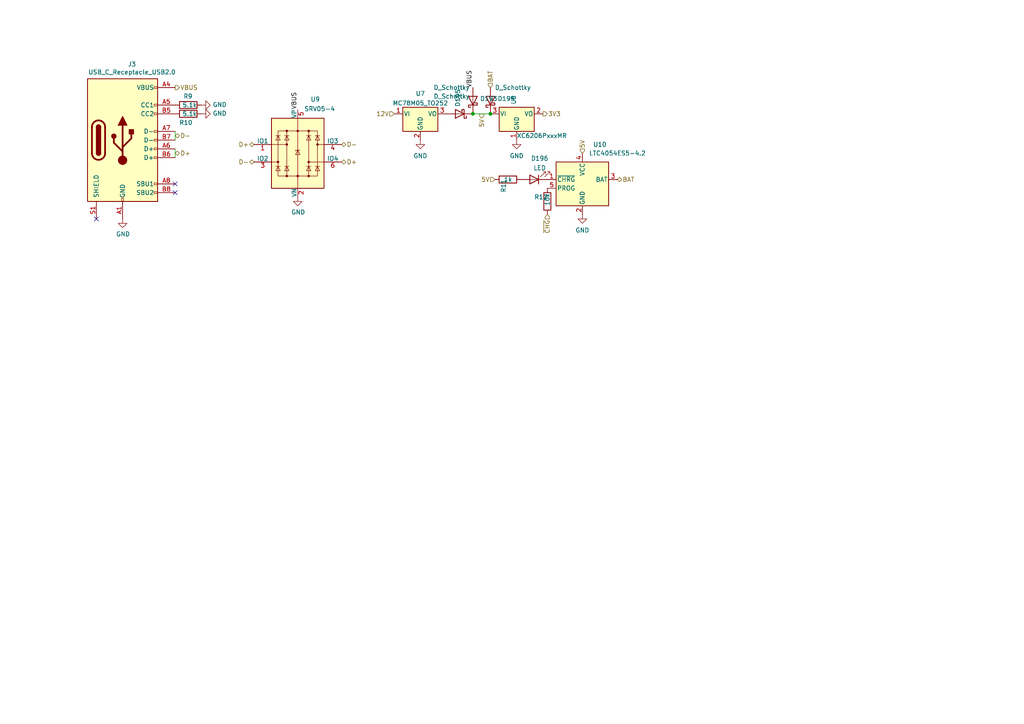
<source format=kicad_sch>
(kicad_sch (version 20211123) (generator eeschema)
  (paper "A4")
  (lib_symbols
    (symbol "Battery_Management:LTC4054ES5-4.2" (pin_names (offset 0.254))
      (property "Reference" "U" (at -5.842 6.604 0))
      (property "Value" "LTC4054ES5-4.2" (at 1.524 6.604 0))
      (symbol "LTC4054ES5-4.2_0_1"
        (rectangle (start -7.62 5.08) (end 7.62 -7.62) (stroke (width 0.254)) (fill (type background)))
      )
      (symbol "LTC4054ES5-4.2_1_1"
        (pin open_collector line (at -10.16 0 0) (length 2.54) (name "~{CHRG}") (number "1"))
        (pin power_in line (at 0 -10.16 90) (length 2.54) (name "GND") (number "2"))
        (pin power_out line (at 10.16 0 180) (length 2.54) (name "BAT") (number "3"))
        (pin power_in line (at 0 7.62 270) (length 2.54) (name "VCC") (number "4"))
        (pin bidirectional line (at -10.16 -2.54 0) (length 2.54) (name "PROG") (number "5"))
      )
    )
    (symbol "Connector:USB_C_Receptacle_USB2.0" (pin_names (offset 1.016))
      (property "Reference" "J" (at -10.16 19.05 0))
      (property "Value" "USB_C_Receptacle_USB2.0" (at 19.05 19.05 0))
      (symbol "USB_C_Receptacle_USB2.0_0_0"
        (rectangle (start -0.254 -17.78) (end 0.254 -16.764))
        (rectangle (start 10.16 -14.986) (end 9.144 -15.494))
        (rectangle (start 10.16 -12.446) (end 9.144 -12.954))
        (rectangle (start 10.16 -4.826) (end 9.144 -5.334))
        (rectangle (start 10.16 -2.286) (end 9.144 -2.794))
        (rectangle (start 10.16 0.254) (end 9.144 -0.254))
        (rectangle (start 10.16 2.794) (end 9.144 2.286))
        (rectangle (start 10.16 7.874) (end 9.144 7.366))
        (rectangle (start 10.16 10.414) (end 9.144 9.906))
        (rectangle (start 10.16 15.494) (end 9.144 14.986))
      )
      (symbol "USB_C_Receptacle_USB2.0_0_1"
        (rectangle (start -10.16 17.78) (end 10.16 -17.78) (stroke (width 0.254)) (fill (type background)))
        (arc (start -8.89 -3.81) (mid -6.985 -5.715) (end -5.08 -3.81) (stroke (width 0.508)))
        (arc (start -7.62 -3.81) (mid -6.985 -4.445) (end -6.35 -3.81) (stroke (width 0.254)))
        (arc (start -7.62 -3.81) (mid -6.985 -4.445) (end -6.35 -3.81) (stroke (width 0.254)) (fill (type outline)))
        (rectangle (start -7.62 -3.81) (end -6.35 3.81) (stroke (width 0.254)) (fill (type outline)))
        (arc (start -6.35 3.81) (mid -6.985 4.445) (end -7.62 3.81) (stroke (width 0.254)))
        (arc (start -6.35 3.81) (mid -6.985 4.445) (end -7.62 3.81) (stroke (width 0.254)) (fill (type outline)))
        (arc (start -5.08 3.81) (mid -6.985 5.715) (end -8.89 3.81) (stroke (width 0.508)))
        (circle (center -2.54 1.143) (radius 0.635) (stroke (width 0.254)) (fill (type outline)))
        (circle (center 0 -5.842) (radius 1.27) (fill (type outline)))
        (polyline (pts (xy -8.89 -3.81) (xy -8.89 3.81)) (stroke (width 0.508)))
        (polyline (pts (xy -5.08 3.81) (xy -5.08 -3.81)) (stroke (width 0.508)))
        (polyline (pts (xy 0 -5.842) (xy 0 4.318)) (stroke (width 0.508)))
        (polyline (pts (xy 0 -3.302) (xy -2.54 -0.762) (xy -2.54 0.508)) (stroke (width 0.508)))
        (polyline (pts (xy 0 -2.032) (xy 2.54 0.508) (xy 2.54 1.778)) (stroke (width 0.508)))
        (polyline (pts (xy -1.27 4.318) (xy 0 6.858) (xy 1.27 4.318) (xy -1.27 4.318)) (stroke (width 0.254)) (fill (type outline)))
        (rectangle (start 1.905 1.778) (end 3.175 3.048) (stroke (width 0.254)) (fill (type outline)))
      )
      (symbol "USB_C_Receptacle_USB2.0_1_1"
        (pin passive line (at 0 -22.86 90) (length 5.08) (name "GND") (number "A1"))
        (pin passive line (at 0 -22.86 90) (length 5.08) hide (name "GND") (number "A12"))
        (pin passive line (at 15.24 15.24 180) (length 5.08) (name "VBUS") (number "A4"))
        (pin bidirectional line (at 15.24 10.16 180) (length 5.08) (name "CC1") (number "A5"))
        (pin bidirectional line (at 15.24 -2.54 180) (length 5.08) (name "D+") (number "A6"))
        (pin bidirectional line (at 15.24 2.54 180) (length 5.08) (name "D-") (number "A7"))
        (pin bidirectional line (at 15.24 -12.7 180) (length 5.08) (name "SBU1") (number "A8"))
        (pin passive line (at 15.24 15.24 180) (length 5.08) hide (name "VBUS") (number "A9"))
        (pin passive line (at 0 -22.86 90) (length 5.08) hide (name "GND") (number "B1"))
        (pin passive line (at 0 -22.86 90) (length 5.08) hide (name "GND") (number "B12"))
        (pin passive line (at 15.24 15.24 180) (length 5.08) hide (name "VBUS") (number "B4"))
        (pin bidirectional line (at 15.24 7.62 180) (length 5.08) (name "CC2") (number "B5"))
        (pin bidirectional line (at 15.24 -5.08 180) (length 5.08) (name "D+") (number "B6"))
        (pin bidirectional line (at 15.24 0 180) (length 5.08) (name "D-") (number "B7"))
        (pin bidirectional line (at 15.24 -15.24 180) (length 5.08) (name "SBU2") (number "B8"))
        (pin passive line (at 15.24 15.24 180) (length 5.08) hide (name "VBUS") (number "B9"))
        (pin passive line (at -7.62 -22.86 90) (length 5.08) (name "SHIELD") (number "S1"))
      )
    )
    (symbol "Device:D_Schottky" (pin_numbers hide) (pin_names (offset 1.016) hide)
      (property "Reference" "D" (at 0 2.54 0))
      (property "Value" "D_Schottky" (at 0 -2.54 0))
      (symbol "D_Schottky_0_1"
        (polyline (pts (xy 1.27 0) (xy -1.27 0)))
        (polyline (pts (xy 1.27 1.27) (xy 1.27 -1.27) (xy -1.27 0) (xy 1.27 1.27)) (stroke (width 0.254)))
        (polyline (pts (xy -1.905 0.635) (xy -1.905 1.27) (xy -1.27 1.27) (xy -1.27 -1.27) (xy -0.635 -1.27) (xy -0.635 -0.635)) (stroke (width 0.254)))
      )
      (symbol "D_Schottky_1_1"
        (pin passive line (at -3.81 0 0) (length 2.54) (name "K") (number "1"))
        (pin passive line (at 3.81 0 180) (length 2.54) (name "A") (number "2"))
      )
    )
    (symbol "Device:LED" (pin_numbers hide) (pin_names (offset 1.016) hide)
      (property "Reference" "D" (at 0 2.54 0))
      (property "Value" "LED" (at 0 -2.54 0))
      (symbol "LED_0_1"
        (polyline (pts (xy -1.27 -1.27) (xy -1.27 1.27)) (stroke (width 0.254)))
        (polyline (pts (xy -1.27 0) (xy 1.27 0)))
        (polyline (pts (xy 1.27 -1.27) (xy 1.27 1.27) (xy -1.27 0) (xy 1.27 -1.27)) (stroke (width 0.254)))
        (polyline (pts (xy -3.048 -0.762) (xy -4.572 -2.286) (xy -3.81 -2.286) (xy -4.572 -2.286) (xy -4.572 -1.524)))
        (polyline (pts (xy -1.778 -0.762) (xy -3.302 -2.286) (xy -2.54 -2.286) (xy -3.302 -2.286) (xy -3.302 -1.524)))
      )
      (symbol "LED_1_1"
        (pin passive line (at -3.81 0 0) (length 2.54) (name "K") (number "1"))
        (pin passive line (at 3.81 0 180) (length 2.54) (name "A") (number "2"))
      )
    )
    (symbol "Device:R" (pin_numbers hide) (pin_names (offset 0))
      (property "Reference" "R" (at 2.032 0 90))
      (property "Value" "R" (at 0 0 90))
      (symbol "R_0_1"
        (rectangle (start -1.016 -2.54) (end 1.016 2.54) (stroke (width 0.254)))
      )
      (symbol "R_1_1"
        (pin passive line (at 0 3.81 270) (length 1.27) (name "~") (number "1"))
        (pin passive line (at 0 -3.81 90) (length 1.27) (name "~") (number "2"))
      )
    )
    (symbol "Power_Protection:SRV05-4" (pin_names (offset 0))
      (property "Reference" "U" (at -5.08 11.43 0))
      (property "Value" "SRV05-4" (at 2.54 11.43 0))
      (symbol "SRV05-4_0_0"
        (rectangle (start -5.715 6.477) (end 5.715 -6.604))
        (polyline (pts (xy -3.175 -6.604) (xy -3.175 6.477)))
        (polyline (pts (xy 3.175 6.477) (xy 3.175 -6.604)))
      )
      (symbol "SRV05-4_0_1"
        (rectangle (start -7.62 10.16) (end 7.62 -10.16) (stroke (width 0.254)) (fill (type background)))
        (circle (center -5.715 -2.54) (radius 0.2794) (fill (type outline)))
        (circle (center -3.175 -6.604) (radius 0.2794) (fill (type outline)))
        (circle (center -3.175 2.54) (radius 0.2794) (fill (type outline)))
        (circle (center -3.175 6.477) (radius 0.2794) (fill (type outline)))
        (circle (center 0 -6.604) (radius 0.2794) (fill (type outline)))
        (polyline (pts (xy -7.747 2.54) (xy -3.175 2.54)))
        (polyline (pts (xy -7.62 -2.54) (xy -5.715 -2.54)))
        (polyline (pts (xy -5.08 -3.81) (xy -6.35 -3.81)))
        (polyline (pts (xy -5.08 5.08) (xy -6.35 5.08)))
        (polyline (pts (xy -2.54 -3.81) (xy -3.81 -3.81)))
        (polyline (pts (xy -2.54 5.08) (xy -3.81 5.08)))
        (polyline (pts (xy 0 10.16) (xy 0 -10.16)))
        (polyline (pts (xy 3.81 -3.81) (xy 2.54 -3.81)))
        (polyline (pts (xy 3.81 5.08) (xy 2.54 5.08)))
        (polyline (pts (xy 6.35 -3.81) (xy 5.08 -3.81)))
        (polyline (pts (xy 6.35 5.08) (xy 5.08 5.08)))
        (polyline (pts (xy 7.62 -2.54) (xy 3.175 -2.54)))
        (polyline (pts (xy 7.62 2.54) (xy 5.715 2.54)))
        (polyline (pts (xy 0.635 0.889) (xy -0.635 0.889) (xy -0.635 0.635)))
        (polyline (pts (xy -5.08 -5.08) (xy -6.35 -5.08) (xy -5.715 -3.81) (xy -5.08 -5.08)))
        (polyline (pts (xy -5.08 3.81) (xy -6.35 3.81) (xy -5.715 5.08) (xy -5.08 3.81)))
        (polyline (pts (xy -2.54 -5.08) (xy -3.81 -5.08) (xy -3.175 -3.81) (xy -2.54 -5.08)))
        (polyline (pts (xy -2.54 3.81) (xy -3.81 3.81) (xy -3.175 5.08) (xy -2.54 3.81)))
        (polyline (pts (xy 0.635 -0.381) (xy -0.635 -0.381) (xy 0 0.889) (xy 0.635 -0.381)))
        (polyline (pts (xy 3.81 -5.08) (xy 2.54 -5.08) (xy 3.175 -3.81) (xy 3.81 -5.08)))
        (polyline (pts (xy 3.81 3.81) (xy 2.54 3.81) (xy 3.175 5.08) (xy 3.81 3.81)))
        (polyline (pts (xy 6.35 -5.08) (xy 5.08 -5.08) (xy 5.715 -3.81) (xy 6.35 -5.08)))
        (polyline (pts (xy 6.35 3.81) (xy 5.08 3.81) (xy 5.715 5.08) (xy 6.35 3.81)))
        (circle (center 0 6.477) (radius 0.2794) (fill (type outline)))
        (circle (center 3.175 -6.604) (radius 0.2794) (fill (type outline)))
        (circle (center 3.175 -2.54) (radius 0.2794) (fill (type outline)))
        (circle (center 3.175 6.477) (radius 0.2794) (fill (type outline)))
        (circle (center 5.715 2.54) (radius 0.2794) (fill (type outline)))
      )
      (symbol "SRV05-4_1_1"
        (pin passive line (at -12.7 2.54 0) (length 5.08) (name "IO1") (number "1"))
        (pin passive line (at 0 -12.7 90) (length 2.54) (name "VN") (number "2"))
        (pin passive line (at -12.7 -2.54 0) (length 5.08) (name "IO2") (number "3"))
        (pin passive line (at 12.7 2.54 180) (length 5.08) (name "IO3") (number "4"))
        (pin passive line (at 0 12.7 270) (length 2.54) (name "VP") (number "5"))
        (pin passive line (at 12.7 -2.54 180) (length 5.08) (name "IO4") (number "6"))
      )
    )
    (symbol "Regulator_Linear:MC78M05_TO252" (pin_names (offset 0.254))
      (property "Reference" "U" (at -3.81 3.175 0))
      (property "Value" "MC78M05_TO252" (at 0 3.175 0))
      (symbol "MC78M05_TO252_0_1"
        (rectangle (start -5.08 1.905) (end 5.08 -5.08) (stroke (width 0.254)) (fill (type background)))
      )
      (symbol "MC78M05_TO252_1_1"
        (pin power_in line (at -7.62 0 0) (length 2.54) (name "VI") (number "1"))
        (pin power_in line (at 0 -7.62 90) (length 2.54) (name "GND") (number "2"))
        (pin power_out line (at 7.62 0 180) (length 2.54) (name "VO") (number "3"))
      )
    )
    (symbol "Regulator_Linear:XC6206PxxxMR" (pin_names (offset 0.254))
      (property "Reference" "U" (at -3.81 3.175 0))
      (property "Value" "XC6206PxxxMR" (at 0 3.175 0))
      (symbol "XC6206PxxxMR_0_1"
        (rectangle (start -5.08 1.905) (end 5.08 -5.08) (stroke (width 0.254)) (fill (type background)))
      )
      (symbol "XC6206PxxxMR_1_1"
        (pin power_in line (at 0 -7.62 90) (length 2.54) (name "GND") (number "1"))
        (pin power_out line (at 7.62 0 180) (length 2.54) (name "VO") (number "2"))
        (pin power_in line (at -7.62 0 0) (length 2.54) (name "VI") (number "3"))
      )
    )
    (symbol "power:GND" (power) (pin_names (offset 0))
      (property "Value" "GND" (at 0 -3.81 0))
      (symbol "GND_0_1"
        (polyline (pts (xy 0 0) (xy 0 -1.27) (xy 1.27 -1.27) (xy 0 -2.54) (xy -1.27 -1.27) (xy 0 -1.27)))
      )
      (symbol "GND_1_1"
        (pin power_in line (at 0 0 270) (length 0) hide (name "GND") (number "1"))
      )
    )
  )
  (junction (at 142.24 33.02))
  (junction (at 137.16 33.02))
  (no_connect (at 27.94 63.5))
  (no_connect (at 50.8 55.88))
  (no_connect (at 50.8 53.34))
  (wire (pts (xy 50.8 43.18) (xy 50.8 45.72)))
  (wire (pts (xy 137.16 33.02) (xy 142.24 33.02)))
  (wire (pts (xy 50.8 38.1) (xy 50.8 40.64)))
  (label "VBUS" (at 86.36 31.75 90))
  (label "VBUS" (at 137.16 25.4 90))
  (hierarchical_label "12V" (shape input) (at 114.3 33.02 180))
  (hierarchical_label "3V3" (shape output) (at 157.48 33.02 0))
  (hierarchical_label "BAT" (shape input) (at 142.24 25.4 90))
  (hierarchical_label "5V" (shape output) (at 139.7 33.02 270))
  (hierarchical_label "D+" (shape bidirectional) (at 50.8 44.45 0))
  (hierarchical_label "D-" (shape bidirectional) (at 73.66 46.99 180))
  (hierarchical_label "D-" (shape bidirectional) (at 99.06 41.91 0))
  (hierarchical_label "BAT" (shape bidirectional) (at 179.07 52.07 0))
  (hierarchical_label "~{CHG}" (shape input) (at 158.75 62.23 270))
  (hierarchical_label "D-" (shape bidirectional) (at 50.8 39.37 0))
  (hierarchical_label "5V" (shape input) (at 143.51 52.07 180))
  (hierarchical_label "D+" (shape bidirectional) (at 99.06 46.99 0))
  (hierarchical_label "VBUS" (shape output) (at 50.8 25.4 0))
  (hierarchical_label "5V" (shape input) (at 168.91 44.45 90))
  (hierarchical_label "D+" (shape bidirectional) (at 73.66 41.91 180))
  (symbol (lib_id "Regulator_Linear:XC6206PxxxMR") (at 149.86 33.02 0) (unit 1)
    (property "Reference" "U8" (at 148.9515 30.353 90) (effects (justify left)))
    (property "Value" "XC6206PxxxMR" (at 149.86 39.37 0) (effects (justify left)))
    (property "Footprint" "Package_TO_SOT_SMD:SOT-23" (effects hide))
    (property "Datasheet" "https://www.torexsemi.com/file/xc6206/XC6206.pdf" (effects hide))
  )
  (symbol (lib_id "power:GND") (at 58.42 33.02 90) (unit 1)
    (property "Reference" "#PWR0128" (effects hide))
    (property "Value" "GND" (at 61.6712 32.893 90) (effects (justify right)))
  )
  (symbol (lib_id "Device:R") (at 54.61 33.02 270) (unit 1)
    (property "Reference" "R10" (at 55.88 35.56 90) (effects (justify right)))
    (property "Value" "5.1k" (at 57.15 33.02 90) (effects (justify right)))
    (property "Footprint" "Resistor_SMD:R_0603_1608Metric" (effects hide))
  )
  (symbol (lib_id "Connector:USB_C_Receptacle_USB2.0") (at 35.56 40.64 0) (unit 1)
    (property "Reference" "J3" (at 38.2778 18.6182 0))
    (property "Value" "USB_C_Receptacle_USB2.0" (at 38.2778 20.9296 0))
    (property "Footprint" "Connector_USB:USB_C_Receptacle_HRO_TYPE-C-31-M-12" (effects hide))
    (property "Datasheet" "https://www.usb.org/sites/default/files/documents/usb_type-c.zip" (effects hide))
  )
  (symbol (lib_id "Device:D_Schottky") (at 133.35 33.02 180) (unit 1)
    (property "Reference" "D195" (at 132.759 30.988 90) (effects (justify right)))
    (property "Value" "D_Schottky" (at 125.73 27.94 0) (effects (justify right)))
    (property "Footprint" "Diode_SMD:D_SOD-123" (effects hide))
  )
  (symbol (lib_id "power:GND") (at 149.86 40.64 0) (unit 1)
    (property "Reference" "#PWR0125" (effects hide))
    (property "Value" "GND" (at 149.86 45.2025 0))
  )
  (symbol (lib_id "Device:D_Schottky") (at 142.24 29.21 90) (unit 1)
    (property "Reference" "D194" (at 144.272 28.619 90) (effects (justify right)))
    (property "Value" "D_Schottky" (at 143.51 25.4 90) (effects (justify right)))
    (property "Footprint" "Diode_SMD:D_SOD-123" (effects hide))
  )
  (symbol (lib_id "Regulator_Linear:MC78M05_TO252") (at 121.92 33.02 0) (unit 1)
    (property "Reference" "U7" (at 121.92 27.1485 0))
    (property "Value" "MC78M05_TO252" (at 121.92 29.9236 0))
    (property "Footprint" "Package_TO_SOT_SMD:TO-252-2" (effects hide))
    (property "Datasheet" "https://www.onsemi.com/pub/Collateral/MC78M00-D.PDF" (effects hide))
  )
  (symbol (lib_id "power:GND") (at 168.91 62.23 0) (unit 1)
    (property "Reference" "#PWR0124" (effects hide))
    (property "Value" "GND" (at 168.91 66.7925 0))
  )
  (symbol (lib_id "power:GND") (at 58.42 30.48 90) (unit 1)
    (property "Reference" "#PWR0129" (effects hide))
    (property "Value" "GND" (at 61.6712 30.353 90) (effects (justify right)))
  )
  (symbol (lib_id "power:GND") (at 35.56 63.5 0) (unit 1)
    (property "Reference" "#PWR0127" (effects hide))
    (property "Value" "GND" (at 35.687 67.8942 0))
  )
  (symbol (lib_id "Power_Protection:SRV05-4") (at 86.36 44.45 0) (unit 1)
    (property "Reference" "U9" (at 91.44 28.7994 0))
    (property "Value" "SRV05-4" (at 92.71 31.5745 0))
    (property "Footprint" "Package_TO_SOT_SMD:SOT-23-6" (effects hide))
    (property "Datasheet" "http://www.onsemi.com/pub/Collateral/SRV05-4-D.PDF" (effects hide))
  )
  (symbol (lib_id "power:GND") (at 86.36 57.15 0) (unit 1)
    (property "Reference" "#PWR0130" (effects hide))
    (property "Value" "GND" (at 86.487 61.5442 0))
  )
  (symbol (lib_id "Device:R") (at 54.61 30.48 270) (unit 1)
    (property "Reference" "R9" (at 55.88 27.94 90) (effects (justify right)))
    (property "Value" "5.1k" (at 57.15 30.48 90) (effects (justify right)))
    (property "Footprint" "Resistor_SMD:R_0603_1608Metric" (effects hide))
  )
  (symbol (lib_id "Device:D_Schottky") (at 137.16 29.21 90) (unit 1)
    (property "Reference" "D193" (at 139.192 28.619 90) (effects (justify right)))
    (property "Value" "D_Schottky" (at 125.73 25.4 90) (effects (justify right)))
    (property "Footprint" "Diode_SMD:D_SOD-123" (effects hide))
  )
  (symbol (lib_id "Battery_Management:LTC4054ES5-4.2") (at 168.91 52.07 0) (unit 1)
    (property "Reference" "U10" (at 173.99 41.91 0))
    (property "Value" "LTC4054ES5-4.2" (at 179.07 44.45 0))
    (property "Footprint" "Package_TO_SOT_SMD:TSOT-23-5" (effects hide))
    (property "Datasheet" "https://www.analog.com/media/en/technical-documentation/data-sheets/405442xf.pdf" (effects hide))
  )
  (symbol (lib_id "power:GND") (at 121.92 40.64 0) (unit 1)
    (property "Reference" "#PWR0126" (effects hide))
    (property "Value" "GND" (at 121.92 45.2025 0))
  )
  (symbol (lib_id "Device:R") (at 158.75 58.42 0) (unit 1)
    (property "Reference" "R12" (at 154.94 57.15 0) (effects (justify left)))
    (property "Value" "10k" (at 158.75 59.69 90) (effects (justify left)))
    (property "Footprint" "Resistor_SMD:R_0603_1608Metric" (effects hide))
  )
  (symbol (lib_id "Device:LED") (at 154.94 52.07 180) (unit 1)
    (property "Reference" "D196" (at 156.5275 45.9445 0))
    (property "Value" "LED" (at 156.5275 48.7196 0))
    (property "Footprint" "Diode_SMD:D_0805_2012Metric" (effects hide))
  )
  (symbol (lib_id "Device:R") (at 147.32 52.07 90) (unit 1)
    (property "Reference" "R11" (at 146.05 55.88 0) (effects (justify left)))
    (property "Value" "1k" (at 148.59 52.07 90) (effects (justify left)))
    (property "Footprint" "Resistor_SMD:R_0603_1608Metric" (effects hide))
  )
)
</source>
